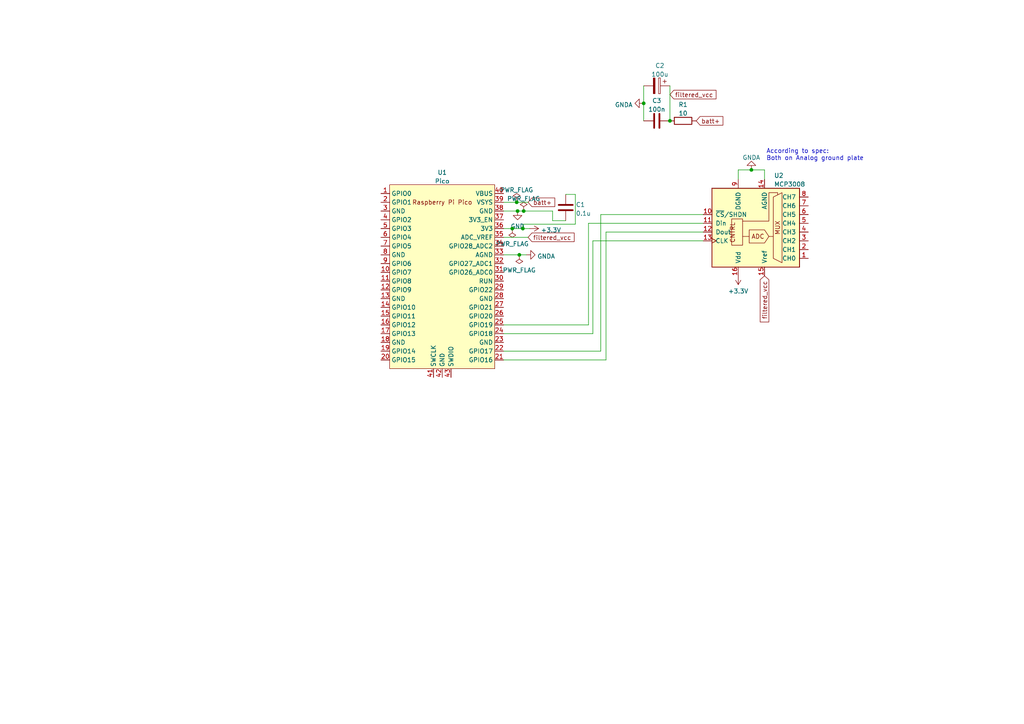
<source format=kicad_sch>
(kicad_sch (version 20211123) (generator eeschema)
  (paper "A4")
  (lib_symbols
    (symbol "Analog_ADC:MCP3008" (pin_names (offset 1.016))
      (property "Reference" "U" (at -5.08 13.335 0))
      (property "Value" "MCP3008" (at -5.08 11.43 0))
      (symbol "MCP3008_0_0"
        (text "ADC" (at -0.635 1.27 0) (effects (font (size 1.27 1.27))))
        (text "CNTRL" (at 5.969 -2.921 900) (effects (font (size 1.27 1.27)) (justify left bottom)))
        (text "MUX" (at -6.35 -1.27 900) (effects (font (size 1.27 1.27))))
      )
      (symbol "MCP3008_0_1"
        (polyline (pts (xy -3.81 1.27) (xy -5.08 1.27)))
        (polyline (pts (xy 1.905 1.27) (xy 3.81 1.27)))
        (polyline (pts (xy -7.62 8.89) (xy -7.62 -11.43) (xy -5.08 -10.16) (xy -5.08 7.62) (xy -7.62 8.89)))
        (polyline (pts (xy 3.81 -3.175) (xy -3.81 -3.175) (xy -3.81 -11.43) (xy -6.35 -11.43) (xy -6.35 -10.795)))
        (polyline (pts (xy 1.905 3.175) (xy 1.905 -0.635) (xy -2.54 -0.635) (xy -3.81 1.27) (xy -2.54 3.175) (xy 1.905 3.175)))
        (rectangle (start 3.81 -3.81) (end 6.985 3.81))
        (rectangle (start 12.7 -12.7) (end -12.7 10.16) (stroke (width 0.254)) (fill (type background)))
      )
      (symbol "MCP3008_1_1"
        (pin input line (at -15.24 7.62 0) (length 2.54) (name "CH0") (number "1"))
        (pin input line (at 15.24 -5.08 180) (length 2.54) (name "~{CS}/SHDN") (number "10"))
        (pin input line (at 15.24 -2.54 180) (length 2.54) (name "Din") (number "11"))
        (pin output line (at 15.24 0 180) (length 2.54) (name "Dout") (number "12"))
        (pin input clock (at 15.24 2.54 180) (length 2.54) (name "CLK") (number "13"))
        (pin power_in line (at -2.54 -15.24 90) (length 2.54) (name "AGND") (number "14"))
        (pin power_in line (at -2.54 12.7 270) (length 2.54) (name "Vref") (number "15"))
        (pin power_in line (at 5.08 12.7 270) (length 2.54) (name "Vdd") (number "16"))
        (pin input line (at -15.24 5.08 0) (length 2.54) (name "CH1") (number "2"))
        (pin input line (at -15.24 2.54 0) (length 2.54) (name "CH2") (number "3"))
        (pin input line (at -15.24 0 0) (length 2.54) (name "CH3") (number "4"))
        (pin input line (at -15.24 -2.54 0) (length 2.54) (name "CH4") (number "5"))
        (pin input line (at -15.24 -5.08 0) (length 2.54) (name "CH5") (number "6"))
        (pin input line (at -15.24 -7.62 0) (length 2.54) (name "CH6") (number "7"))
        (pin input line (at -15.24 -10.16 0) (length 2.54) (name "CH7") (number "8"))
        (pin power_in line (at 5.08 -15.24 90) (length 2.54) (name "DGND") (number "9"))
      )
    )
    (symbol "Device:C" (pin_numbers hide) (pin_names (offset 0.254))
      (property "Reference" "C" (at 0.635 2.54 0))
      (property "Value" "C" (at 0.635 -2.54 0))
      (symbol "C_0_1"
        (polyline (pts (xy -2.032 -0.762) (xy 2.032 -0.762)) (stroke (width 0.508)))
        (polyline (pts (xy -2.032 0.762) (xy 2.032 0.762)) (stroke (width 0.508)))
      )
      (symbol "C_1_1"
        (pin passive line (at 0 3.81 270) (length 2.794) (name "~") (number "1"))
        (pin passive line (at 0 -3.81 90) (length 2.794) (name "~") (number "2"))
      )
    )
    (symbol "Device:C_Polarized" (pin_numbers hide) (pin_names (offset 0.254))
      (property "Reference" "C" (at 0.635 2.54 0))
      (property "Value" "C_Polarized" (at 0.635 -2.54 0))
      (symbol "C_Polarized_0_1"
        (rectangle (start -2.286 0.508) (end 2.286 1.016))
        (polyline (pts (xy -1.778 2.286) (xy -0.762 2.286)))
        (polyline (pts (xy -1.27 2.794) (xy -1.27 1.778)))
        (rectangle (start 2.286 -0.508) (end -2.286 -1.016) (fill (type outline)))
      )
      (symbol "C_Polarized_1_1"
        (pin passive line (at 0 3.81 270) (length 2.794) (name "~") (number "1"))
        (pin passive line (at 0 -3.81 90) (length 2.794) (name "~") (number "2"))
      )
    )
    (symbol "Device:R" (pin_numbers hide) (pin_names (offset 0))
      (property "Reference" "R" (at 2.032 0 90))
      (property "Value" "R" (at 0 0 90))
      (symbol "R_0_1"
        (rectangle (start -1.016 -2.54) (end 1.016 2.54) (stroke (width 0.254)))
      )
      (symbol "R_1_1"
        (pin passive line (at 0 3.81 270) (length 1.27) (name "~") (number "1"))
        (pin passive line (at 0 -3.81 90) (length 1.27) (name "~") (number "2"))
      )
    )
    (symbol "Pico:Pico"
      (property "Reference" "U" (at -13.97 27.94 0))
      (property "Value" "Pico" (at 0 19.05 0))
      (symbol "Pico_0_0"
        (text "Raspberry Pi Pico" (at 0 21.59 0) (effects (font (size 1.27 1.27))))
      )
      (symbol "Pico_0_1"
        (rectangle (start -15.24 26.67) (end 15.24 -26.67) (fill (type background)))
      )
      (symbol "Pico_1_1"
        (pin bidirectional line (at -17.78 24.13 0) (length 2.54) (name "GPIO0") (number "1"))
        (pin bidirectional line (at -17.78 1.27 0) (length 2.54) (name "GPIO7") (number "10"))
        (pin bidirectional line (at -17.78 -1.27 0) (length 2.54) (name "GPIO8") (number "11"))
        (pin bidirectional line (at -17.78 -3.81 0) (length 2.54) (name "GPIO9") (number "12"))
        (pin power_in line (at -17.78 -6.35 0) (length 2.54) (name "GND") (number "13"))
        (pin bidirectional line (at -17.78 -8.89 0) (length 2.54) (name "GPIO10") (number "14"))
        (pin bidirectional line (at -17.78 -11.43 0) (length 2.54) (name "GPIO11") (number "15"))
        (pin bidirectional line (at -17.78 -13.97 0) (length 2.54) (name "GPIO12") (number "16"))
        (pin bidirectional line (at -17.78 -16.51 0) (length 2.54) (name "GPIO13") (number "17"))
        (pin power_in line (at -17.78 -19.05 0) (length 2.54) (name "GND") (number "18"))
        (pin bidirectional line (at -17.78 -21.59 0) (length 2.54) (name "GPIO14") (number "19"))
        (pin bidirectional line (at -17.78 21.59 0) (length 2.54) (name "GPIO1") (number "2"))
        (pin bidirectional line (at -17.78 -24.13 0) (length 2.54) (name "GPIO15") (number "20"))
        (pin bidirectional line (at 17.78 -24.13 180) (length 2.54) (name "GPIO16") (number "21"))
        (pin bidirectional line (at 17.78 -21.59 180) (length 2.54) (name "GPIO17") (number "22"))
        (pin power_in line (at 17.78 -19.05 180) (length 2.54) (name "GND") (number "23"))
        (pin bidirectional line (at 17.78 -16.51 180) (length 2.54) (name "GPIO18") (number "24"))
        (pin bidirectional line (at 17.78 -13.97 180) (length 2.54) (name "GPIO19") (number "25"))
        (pin bidirectional line (at 17.78 -11.43 180) (length 2.54) (name "GPIO20") (number "26"))
        (pin bidirectional line (at 17.78 -8.89 180) (length 2.54) (name "GPIO21") (number "27"))
        (pin power_in line (at 17.78 -6.35 180) (length 2.54) (name "GND") (number "28"))
        (pin bidirectional line (at 17.78 -3.81 180) (length 2.54) (name "GPIO22") (number "29"))
        (pin power_in line (at -17.78 19.05 0) (length 2.54) (name "GND") (number "3"))
        (pin input line (at 17.78 -1.27 180) (length 2.54) (name "RUN") (number "30"))
        (pin bidirectional line (at 17.78 1.27 180) (length 2.54) (name "GPIO26_ADC0") (number "31"))
        (pin bidirectional line (at 17.78 3.81 180) (length 2.54) (name "GPIO27_ADC1") (number "32"))
        (pin power_in line (at 17.78 6.35 180) (length 2.54) (name "AGND") (number "33"))
        (pin bidirectional line (at 17.78 8.89 180) (length 2.54) (name "GPIO28_ADC2") (number "34"))
        (pin power_in line (at 17.78 11.43 180) (length 2.54) (name "ADC_VREF") (number "35"))
        (pin power_in line (at 17.78 13.97 180) (length 2.54) (name "3V3") (number "36"))
        (pin input line (at 17.78 16.51 180) (length 2.54) (name "3V3_EN") (number "37"))
        (pin bidirectional line (at 17.78 19.05 180) (length 2.54) (name "GND") (number "38"))
        (pin power_in line (at 17.78 21.59 180) (length 2.54) (name "VSYS") (number "39"))
        (pin bidirectional line (at -17.78 16.51 0) (length 2.54) (name "GPIO2") (number "4"))
        (pin power_in line (at 17.78 24.13 180) (length 2.54) (name "VBUS") (number "40"))
        (pin input line (at -2.54 -29.21 90) (length 2.54) (name "SWCLK") (number "41"))
        (pin power_in line (at 0 -29.21 90) (length 2.54) (name "GND") (number "42"))
        (pin bidirectional line (at 2.54 -29.21 90) (length 2.54) (name "SWDIO") (number "43"))
        (pin bidirectional line (at -17.78 13.97 0) (length 2.54) (name "GPIO3") (number "5"))
        (pin bidirectional line (at -17.78 11.43 0) (length 2.54) (name "GPIO4") (number "6"))
        (pin bidirectional line (at -17.78 8.89 0) (length 2.54) (name "GPIO5") (number "7"))
        (pin power_in line (at -17.78 6.35 0) (length 2.54) (name "GND") (number "8"))
        (pin bidirectional line (at -17.78 3.81 0) (length 2.54) (name "GPIO6") (number "9"))
      )
    )
    (symbol "power:+3.3V" (power) (pin_names (offset 0))
      (property "Value" "+3.3V" (at 0 3.556 0))
      (symbol "+3.3V_0_1"
        (polyline (pts (xy -0.762 1.27) (xy 0 2.54)))
        (polyline (pts (xy 0 0) (xy 0 2.54)))
        (polyline (pts (xy 0 2.54) (xy 0.762 1.27)))
      )
      (symbol "+3.3V_1_1"
        (pin power_in line (at 0 0 90) (length 0) hide (name "+3.3V") (number "1"))
      )
    )
    (symbol "power:GND" (power) (pin_names (offset 0))
      (property "Value" "GND" (at 0 -3.81 0))
      (symbol "GND_0_1"
        (polyline (pts (xy 0 0) (xy 0 -1.27) (xy 1.27 -1.27) (xy 0 -2.54) (xy -1.27 -1.27) (xy 0 -1.27)))
      )
      (symbol "GND_1_1"
        (pin power_in line (at 0 0 270) (length 0) hide (name "GND") (number "1"))
      )
    )
    (symbol "power:GNDA" (power) (pin_names (offset 0))
      (property "Value" "GNDA" (at 0 -3.81 0))
      (symbol "GNDA_0_1"
        (polyline (pts (xy 0 0) (xy 0 -1.27) (xy 1.27 -1.27) (xy 0 -2.54) (xy -1.27 -1.27) (xy 0 -1.27)))
      )
      (symbol "GNDA_1_1"
        (pin power_in line (at 0 0 270) (length 0) hide (name "GNDA") (number "1"))
      )
    )
    (symbol "power:PWR_FLAG" (power) (pin_numbers hide) (pin_names (offset 0) hide)
      (property "Value" "PWR_FLAG" (at 0 3.81 0))
      (symbol "PWR_FLAG_0_0"
        (pin power_out line (at 0 0 90) (length 0) (name "pwr") (number "1"))
      )
      (symbol "PWR_FLAG_0_1"
        (polyline (pts (xy 0 0) (xy 0 1.27) (xy -1.016 1.905) (xy 0 2.54) (xy 1.016 1.905) (xy 0 1.27)))
      )
    )
  )
  (junction (at 194.31 35.052))
  (junction (at 217.932 49.276))
  (junction (at 148.59 66.294))
  (junction (at 186.69 29.972))
  (junction (at 150.622 73.914))
  (junction (at 151.892 61.214))
  (junction (at 151.638 66.294))
  (junction (at 149.86 58.674))
  (junction (at 150.114 61.214))
  (wire (pts (xy 166.878 56.388) (xy 166.878 65.024)))
  (wire (pts (xy 146.05 66.294) (xy 148.59 66.294)))
  (wire (pts (xy 146.05 96.774) (xy 171.958 96.774)))
  (wire (pts (xy 160.274 64.008) (xy 160.274 61.214)))
  (wire (pts (xy 203.962 69.85) (xy 171.958 69.85)))
  (wire (pts (xy 170.688 94.234) (xy 170.688 64.77)))
  (wire (pts (xy 146.05 94.234) (xy 170.688 94.234)))
  (wire (pts (xy 214.122 49.276) (xy 217.932 49.276)))
  (wire (pts (xy 153.162 58.674) (xy 149.86 58.674)))
  (wire (pts (xy 151.892 61.214) (xy 150.114 61.214)))
  (wire (pts (xy 149.86 58.674) (xy 146.05 58.674)))
  (wire (pts (xy 221.742 49.276) (xy 221.742 52.07)))
  (wire (pts (xy 152.654 73.914) (xy 150.622 73.914)))
  (wire (pts (xy 150.114 61.214) (xy 146.05 61.214)))
  (wire (pts (xy 194.31 24.892) (xy 194.31 35.052)))
  (wire (pts (xy 166.878 65.024) (xy 151.638 65.024)))
  (wire (pts (xy 148.59 66.294) (xy 151.638 66.294)))
  (wire (pts (xy 164.084 64.008) (xy 160.274 64.008)))
  (wire (pts (xy 170.688 64.77) (xy 203.962 64.77)))
  (wire (pts (xy 203.962 62.23) (xy 174.244 62.23)))
  (wire (pts (xy 164.084 56.388) (xy 166.878 56.388)))
  (wire (pts (xy 217.932 49.276) (xy 221.742 49.276)))
  (wire (pts (xy 160.274 61.214) (xy 151.892 61.214)))
  (wire (pts (xy 146.05 68.834) (xy 153.162 68.834)))
  (wire (pts (xy 151.638 65.024) (xy 151.638 66.294)))
  (wire (pts (xy 214.122 52.07) (xy 214.122 49.276)))
  (wire (pts (xy 151.638 66.294) (xy 153.67 66.294)))
  (wire (pts (xy 186.69 24.892) (xy 186.69 29.972)))
  (wire (pts (xy 175.768 67.31) (xy 175.768 104.394)))
  (wire (pts (xy 203.962 67.31) (xy 175.768 67.31)))
  (wire (pts (xy 171.958 69.85) (xy 171.958 96.774)))
  (wire (pts (xy 150.622 73.914) (xy 146.05 73.914)))
  (wire (pts (xy 175.768 104.394) (xy 146.05 104.394)))
  (wire (pts (xy 174.244 101.854) (xy 146.05 101.854)))
  (wire (pts (xy 174.244 62.23) (xy 174.244 101.854)))
  (wire (pts (xy 186.69 29.972) (xy 186.69 35.052)))
  (text "According to spec:\nBoth on Analog ground plate" (at 222.25 46.736 0) (effects (font (size 1.27 1.27)) (justify left bottom)))
  (global_label "filtered_vcc" (shape input) (at 221.742 80.01 270) (property "Références Inter-Feuilles" "${INTERSHEET_REFS}" (effects hide)))
  (global_label "filtered_vcc" (shape input) (at 194.31 27.432 0) (property "Références Inter-Feuilles" "${INTERSHEET_REFS}" (effects hide)))
  (global_label "batt+" (shape input) (at 153.162 58.674 0) (property "Références Inter-Feuilles" "${INTERSHEET_REFS}" (effects hide)))
  (global_label "filtered_vcc" (shape input) (at 153.162 68.834 0) (property "Références Inter-Feuilles" "${INTERSHEET_REFS}" (effects hide)))
  (global_label "batt+" (shape input) (at 201.93 35.052 0) (property "Références Inter-Feuilles" "${INTERSHEET_REFS}" (effects hide)))
  (symbol (lib_id "power:+3.3V") (at 214.122 80.01 180) (unit 1)
    (property "Reference" "#PWR05" (effects hide))
    (property "Value" "+3.3V" (at 214.122 84.4534 0))
  )
  (symbol (lib_id "power:PWR_FLAG") (at 149.86 58.674 0) (unit 1)
    (property "Reference" "#FLG02" (effects hide))
    (property "Value" "PWR_FLAG" (at 149.86 55.0982 0))
  )
  (symbol (lib_id "Device:R") (at 198.12 35.052 90) (unit 1)
    (property "Reference" "R1" (at 198.12 30.3362 90))
    (property "Value" "10" (at 198.12 32.8731 90))
    (property "Footprint" "Resistor_THT:R_Axial_DIN0207_L6.3mm_D2.5mm_P7.62mm_Horizontal" (effects hide))
  )
  (symbol (lib_id "Pico:Pico") (at 128.27 80.264 0) (unit 1)
    (property "Reference" "U1" (at 128.27 50.0212 0))
    (property "Value" "Pico" (at 128.27 52.5581 0))
    (property "Footprint" "RPi_Pico:RPi_Pico_SMD_TH" (effects hide))
  )
  (symbol (lib_id "Device:C") (at 164.084 60.198 0) (unit 1)
    (property "Reference" "C1" (at 167.005 59.3633 0) (effects (justify left)))
    (property "Value" "0.1u" (at 167.005 61.9002 0) (effects (justify left)))
  )
  (symbol (lib_id "power:GND") (at 150.114 61.214 0) (unit 1)
    (property "Reference" "#PWR01" (effects hide))
    (property "Value" "GND" (at 150.114 65.6574 0))
  )
  (symbol (lib_id "power:GNDA") (at 186.69 29.972 270) (unit 1)
    (property "Reference" "#PWR04" (effects hide))
    (property "Value" "GNDA" (at 183.515 30.4058 90) (effects (justify right)))
  )
  (symbol (lib_id "Device:C") (at 190.5 35.052 270) (unit 1)
    (property "Reference" "C3" (at 190.5 29.1932 90))
    (property "Value" "100n" (at 190.5 31.7301 90))
    (property "Footprint" "Capacitor_THT:C_Axial_L3.8mm_D2.6mm_P7.50mm_Horizontal" (effects hide))
  )
  (symbol (lib_id "power:PWR_FLAG") (at 148.59 66.294 180) (unit 1)
    (property "Reference" "#FLG01" (effects hide))
    (property "Value" "PWR_FLAG" (at 148.59 70.7374 0))
  )
  (symbol (lib_id "power:GNDA") (at 152.654 73.914 90) (unit 1)
    (property "Reference" "#PWR02" (effects hide))
    (property "Value" "GNDA" (at 155.829 74.3478 90) (effects (justify right)))
  )
  (symbol (lib_id "power:+3.3V") (at 153.67 66.294 270) (unit 1)
    (property "Reference" "#PWR03" (effects hide))
    (property "Value" "+3.3V" (at 156.845 66.7278 90) (effects (justify left)))
  )
  (symbol (lib_id "power:PWR_FLAG") (at 151.892 61.214 0) (unit 1)
    (property "Reference" "#FLG04" (effects hide))
    (property "Value" "PWR_FLAG" (at 151.892 57.6382 0))
  )
  (symbol (lib_id "Analog_ADC:MCP3008") (at 219.202 67.31 180) (unit 1)
    (property "Reference" "U2" (at 224.5107 50.9102 0) (effects (justify right)))
    (property "Value" "MCP3008" (at 224.5107 53.4471 0) (effects (justify right)))
    (property "Datasheet" "http://ww1.microchip.com/downloads/en/DeviceDoc/21295d.pdf" (effects hide))
  )
  (symbol (lib_id "power:GNDA") (at 217.932 49.276 180) (unit 1)
    (property "Reference" "#PWR06" (effects hide))
    (property "Value" "GNDA" (at 217.932 45.7002 0))
  )
  (symbol (lib_id "Device:C_Polarized") (at 190.5 24.892 270) (unit 1)
    (property "Reference" "C2" (at 191.389 19.0332 90))
    (property "Value" "100u" (at 191.389 21.5701 90))
    (property "Footprint" "Capacitor_THT:CP_Radial_D10.0mm_P3.80mm" (effects hide))
  )
  (symbol (lib_id "power:PWR_FLAG") (at 150.622 73.914 180) (unit 1)
    (property "Reference" "#FLG03" (effects hide))
    (property "Value" "PWR_FLAG" (at 150.622 78.3574 0))
  )
)
</source>
